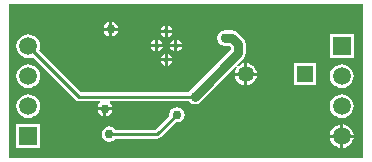
<source format=gbl>
G04*
G04 #@! TF.GenerationSoftware,Altium Limited,Altium Designer,18.0.12 (696)*
G04*
G04 Layer_Physical_Order=2*
G04 Layer_Color=16711680*
%FSLAX25Y25*%
%MOIN*%
G70*
G01*
G75*
%ADD12C,0.01000*%
%ADD32C,0.03000*%
%ADD33C,0.05906*%
%ADD34R,0.05906X0.05906*%
%ADD35C,0.01968*%
%ADD36C,0.05315*%
%ADD37R,0.05315X0.05315*%
%ADD38C,0.03000*%
G36*
X231500Y100500D02*
X113500Y100500D01*
X113500Y152000D01*
X231500Y152000D01*
X231500Y100500D01*
D02*
G37*
%LPC*%
G36*
X148000Y145949D02*
Y144000D01*
X149950D01*
X149855Y144475D01*
X149302Y145302D01*
X148476Y145855D01*
X148000Y145949D01*
D02*
G37*
G36*
X147000D02*
X146525Y145855D01*
X145698Y145302D01*
X145145Y144475D01*
X145051Y144000D01*
X147000D01*
Y145949D01*
D02*
G37*
G36*
X166500Y144648D02*
Y143224D01*
X167924D01*
X167869Y143499D01*
X167431Y144155D01*
X166774Y144594D01*
X166500Y144648D01*
D02*
G37*
G36*
X165500D02*
X165226Y144594D01*
X164569Y144155D01*
X164131Y143499D01*
X164076Y143224D01*
X165500D01*
Y144648D01*
D02*
G37*
G36*
X149950Y143000D02*
X148000D01*
Y141051D01*
X148476Y141145D01*
X149302Y141698D01*
X149855Y142525D01*
X149950Y143000D01*
D02*
G37*
G36*
X147000D02*
X145051D01*
X145145Y142525D01*
X145698Y141698D01*
X146525Y141145D01*
X147000Y141051D01*
Y143000D01*
D02*
G37*
G36*
X167924Y142224D02*
X166500D01*
Y140801D01*
X166774Y140855D01*
X167431Y141294D01*
X167869Y141950D01*
X167924Y142224D01*
D02*
G37*
G36*
X165500D02*
X164076D01*
X164131Y141950D01*
X164569Y141294D01*
X165226Y140855D01*
X165500Y140801D01*
Y142224D01*
D02*
G37*
G36*
X169709Y139924D02*
Y138500D01*
X171132D01*
X171078Y138774D01*
X170639Y139431D01*
X169983Y139869D01*
X169709Y139924D01*
D02*
G37*
G36*
X168709D02*
X168435Y139869D01*
X167778Y139431D01*
X167340Y138774D01*
X167285Y138500D01*
X168709D01*
Y139924D01*
D02*
G37*
G36*
X163291D02*
Y138500D01*
X164715D01*
X164661Y138774D01*
X164222Y139431D01*
X163566Y139869D01*
X163291Y139924D01*
D02*
G37*
G36*
X162291D02*
X162017Y139869D01*
X161361Y139431D01*
X160922Y138774D01*
X160868Y138500D01*
X162291D01*
Y139924D01*
D02*
G37*
G36*
X171132Y137500D02*
X169709D01*
Y136076D01*
X169983Y136131D01*
X170639Y136569D01*
X171078Y137226D01*
X171132Y137500D01*
D02*
G37*
G36*
X168709D02*
X167285D01*
X167340Y137226D01*
X167778Y136569D01*
X168435Y136131D01*
X168709Y136076D01*
Y137500D01*
D02*
G37*
G36*
X164715D02*
X163291D01*
Y136076D01*
X163566Y136131D01*
X164222Y136569D01*
X164661Y137226D01*
X164715Y137500D01*
D02*
G37*
G36*
X162291D02*
X160868D01*
X160922Y137226D01*
X161361Y136569D01*
X162017Y136131D01*
X162291Y136076D01*
Y137500D01*
D02*
G37*
G36*
X228453Y141795D02*
X220547D01*
Y133890D01*
X228453D01*
Y141795D01*
D02*
G37*
G36*
X166500Y135199D02*
Y133776D01*
X167924D01*
X167869Y134050D01*
X167431Y134706D01*
X166774Y135145D01*
X166500Y135199D01*
D02*
G37*
G36*
X165500D02*
X165226Y135145D01*
X164569Y134706D01*
X164131Y134050D01*
X164076Y133776D01*
X165500D01*
Y135199D01*
D02*
G37*
G36*
X167924Y132776D02*
X166500D01*
Y131352D01*
X166774Y131406D01*
X167431Y131845D01*
X167869Y132501D01*
X167924Y132776D01*
D02*
G37*
G36*
X165500D02*
X164076D01*
X164131Y132501D01*
X164569Y131845D01*
X165226Y131406D01*
X165500Y131352D01*
Y132776D01*
D02*
G37*
G36*
X193000Y132123D02*
Y129000D01*
X196123D01*
X196063Y129455D01*
X195695Y130344D01*
X195108Y131108D01*
X194344Y131695D01*
X193455Y132063D01*
X193000Y132123D01*
D02*
G37*
G36*
X196123Y128000D02*
X193000D01*
Y124877D01*
X193455Y124937D01*
X194344Y125305D01*
X195108Y125891D01*
X195695Y126655D01*
X196063Y127545D01*
X196123Y128000D01*
D02*
G37*
G36*
X192000D02*
X188877D01*
X188937Y127545D01*
X189305Y126655D01*
X189892Y125891D01*
X190656Y125305D01*
X191545Y124937D01*
X192000Y124877D01*
Y128000D01*
D02*
G37*
G36*
X215843Y132157D02*
X208528D01*
Y124843D01*
X215843D01*
Y132157D01*
D02*
G37*
G36*
X224500Y131829D02*
X223468Y131693D01*
X222507Y131295D01*
X221681Y130662D01*
X221047Y129836D01*
X220649Y128874D01*
X220513Y127842D01*
X220649Y126811D01*
X221047Y125849D01*
X221681Y125023D01*
X222507Y124390D01*
X223468Y123992D01*
X224500Y123856D01*
X225532Y123992D01*
X226493Y124390D01*
X227319Y125023D01*
X227953Y125849D01*
X228351Y126811D01*
X228487Y127842D01*
X228351Y128874D01*
X227953Y129836D01*
X227319Y130662D01*
X226493Y131295D01*
X225532Y131693D01*
X224500Y131829D01*
D02*
G37*
G36*
X120000D02*
X118968Y131693D01*
X118007Y131295D01*
X117181Y130662D01*
X116547Y129836D01*
X116149Y128874D01*
X116013Y127842D01*
X116149Y126811D01*
X116547Y125849D01*
X117181Y125023D01*
X118007Y124390D01*
X118968Y123992D01*
X120000Y123856D01*
X121032Y123992D01*
X121993Y124390D01*
X122819Y125023D01*
X123453Y125849D01*
X123851Y126811D01*
X123987Y127842D01*
X123851Y128874D01*
X123453Y129836D01*
X122819Y130662D01*
X121993Y131295D01*
X121032Y131693D01*
X120000Y131829D01*
D02*
G37*
G36*
X188000Y143049D02*
X185500D01*
X184525Y142855D01*
X183698Y142302D01*
X183145Y141475D01*
X182951Y140500D01*
X183145Y139524D01*
X183698Y138698D01*
X184525Y138145D01*
X185500Y137951D01*
X186944D01*
X187451Y137444D01*
Y136556D01*
X173698Y122802D01*
X173515Y122529D01*
X137476D01*
X123659Y136347D01*
X123851Y136811D01*
X123987Y137843D01*
X123851Y138874D01*
X123453Y139836D01*
X122819Y140662D01*
X121993Y141295D01*
X121032Y141693D01*
X120000Y141829D01*
X118968Y141693D01*
X118007Y141295D01*
X117181Y140662D01*
X116547Y139836D01*
X116149Y138874D01*
X116013Y137843D01*
X116149Y136811D01*
X116547Y135849D01*
X117181Y135023D01*
X118007Y134390D01*
X118968Y133992D01*
X120000Y133856D01*
X121032Y133992D01*
X121496Y134184D01*
X135761Y119919D01*
X136257Y119587D01*
X136843Y119471D01*
X143798D01*
X143949Y118971D01*
X143698Y118802D01*
X143145Y117975D01*
X143051Y117500D01*
X147950D01*
X147855Y117975D01*
X147302Y118802D01*
X147051Y118971D01*
X147202Y119471D01*
X173515D01*
X173698Y119198D01*
X174524Y118645D01*
X175500Y118451D01*
X176476Y118645D01*
X177302Y119198D01*
X189419Y131314D01*
X189796Y130984D01*
X189692Y130849D01*
X189305Y130344D01*
X188937Y129455D01*
X188877Y129000D01*
X192000D01*
Y132123D01*
X191545Y132063D01*
X190656Y131695D01*
X190151Y131308D01*
X190016Y131204D01*
X189686Y131581D01*
X191802Y133698D01*
X192355Y134525D01*
X192549Y135500D01*
Y138500D01*
X192355Y139476D01*
X191802Y140302D01*
X189802Y142302D01*
X188976Y142855D01*
X188000Y143049D01*
D02*
G37*
G36*
X147950Y116500D02*
X146000D01*
Y114550D01*
X146476Y114645D01*
X147302Y115198D01*
X147855Y116024D01*
X147950Y116500D01*
D02*
G37*
G36*
X145000D02*
X143051D01*
X143145Y116024D01*
X143698Y115198D01*
X144525Y114645D01*
X145000Y114550D01*
Y116500D01*
D02*
G37*
G36*
X224500Y121829D02*
X223468Y121694D01*
X222507Y121295D01*
X221681Y120662D01*
X221047Y119836D01*
X220649Y118874D01*
X220513Y117842D01*
X220649Y116811D01*
X221047Y115849D01*
X221681Y115023D01*
X222507Y114390D01*
X223468Y113991D01*
X224500Y113856D01*
X225532Y113991D01*
X226493Y114390D01*
X227319Y115023D01*
X227953Y115849D01*
X228351Y116811D01*
X228487Y117842D01*
X228351Y118874D01*
X227953Y119836D01*
X227319Y120662D01*
X226493Y121295D01*
X225532Y121694D01*
X224500Y121829D01*
D02*
G37*
G36*
X120000D02*
X118968Y121694D01*
X118007Y121295D01*
X117181Y120662D01*
X116547Y119836D01*
X116149Y118874D01*
X116013Y117842D01*
X116149Y116811D01*
X116547Y115849D01*
X117181Y115023D01*
X118007Y114390D01*
X118968Y113991D01*
X120000Y113856D01*
X121032Y113991D01*
X121993Y114390D01*
X122819Y115023D01*
X123453Y115849D01*
X123851Y116811D01*
X123987Y117842D01*
X123851Y118874D01*
X123453Y119836D01*
X122819Y120662D01*
X121993Y121295D01*
X121032Y121694D01*
X120000Y121829D01*
D02*
G37*
G36*
X169500Y117549D02*
X168525Y117355D01*
X167698Y116802D01*
X167145Y115975D01*
X166951Y115000D01*
X167015Y114678D01*
X162366Y110029D01*
X148985D01*
X148802Y110302D01*
X147976Y110855D01*
X147000Y111049D01*
X146025Y110855D01*
X145198Y110302D01*
X144645Y109476D01*
X144451Y108500D01*
X144645Y107525D01*
X145198Y106698D01*
X146025Y106145D01*
X147000Y105951D01*
X147976Y106145D01*
X148802Y106698D01*
X148985Y106971D01*
X163000D01*
X163585Y107087D01*
X164081Y107419D01*
X169178Y112515D01*
X169500Y112451D01*
X170475Y112645D01*
X171302Y113198D01*
X171855Y114024D01*
X172049Y115000D01*
X171855Y115975D01*
X171302Y116802D01*
X170475Y117355D01*
X169500Y117549D01*
D02*
G37*
G36*
X225000Y111764D02*
Y108343D01*
X228421D01*
X228351Y108874D01*
X227953Y109836D01*
X227319Y110662D01*
X226493Y111295D01*
X225532Y111694D01*
X225000Y111764D01*
D02*
G37*
G36*
X224000D02*
X223468Y111694D01*
X222507Y111295D01*
X221681Y110662D01*
X221047Y109836D01*
X220649Y108874D01*
X220579Y108343D01*
X224000D01*
Y111764D01*
D02*
G37*
G36*
X228421Y107343D02*
X225000D01*
Y103921D01*
X225532Y103991D01*
X226493Y104390D01*
X227319Y105023D01*
X227953Y105849D01*
X228351Y106811D01*
X228421Y107343D01*
D02*
G37*
G36*
X224000D02*
X220579D01*
X220649Y106811D01*
X221047Y105849D01*
X221681Y105023D01*
X222507Y104390D01*
X223468Y103991D01*
X224000Y103921D01*
Y107343D01*
D02*
G37*
G36*
X123953Y111795D02*
X116047D01*
Y103890D01*
X123953D01*
Y111795D01*
D02*
G37*
%LPD*%
D12*
X136843Y121000D02*
X175500D01*
X120000Y137843D02*
X136843Y121000D01*
X163000Y108500D02*
X169500Y115000D01*
X147000Y108500D02*
X163000D01*
D32*
X175500Y121000D02*
X190000Y135500D01*
Y138500D01*
X188000Y140500D02*
X190000Y138500D01*
X185500Y140500D02*
X188000D01*
D33*
X224500Y107843D02*
D03*
Y117842D02*
D03*
Y127842D02*
D03*
X120000Y137843D02*
D03*
Y127842D02*
D03*
Y117842D02*
D03*
D34*
X224500Y137843D02*
D03*
X120000Y107843D02*
D03*
D35*
X162791Y138000D02*
D03*
X166000Y142724D02*
D03*
X169209Y138000D02*
D03*
X166000Y133276D02*
D03*
D36*
X192500Y128500D02*
D03*
D37*
X212185Y128500D02*
D03*
D38*
X145500Y117000D02*
D03*
X147500Y143500D02*
D03*
X169500Y115000D02*
D03*
X147000Y108500D02*
D03*
X175500Y121000D02*
D03*
X185500Y140500D02*
D03*
M02*

</source>
